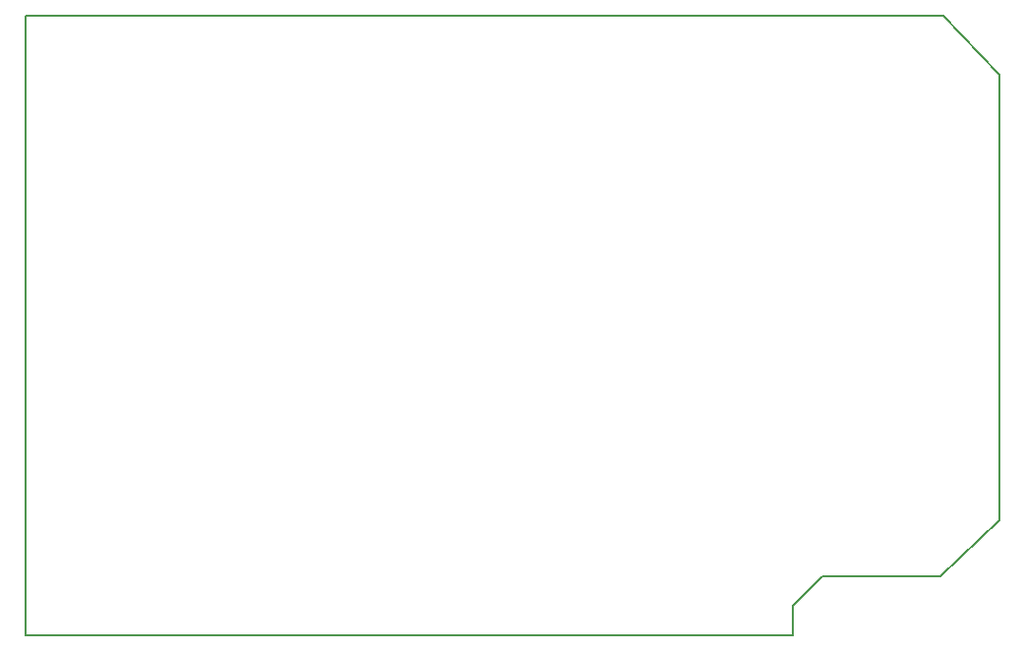
<source format=gbr>
%TF.GenerationSoftware,KiCad,Pcbnew,(5.1.2-1)-1*%
%TF.CreationDate,2019-08-21T19:10:38+02:00*%
%TF.ProjectId,Kiel_50,4b69656c-5f35-4302-9e6b-696361645f70,rev?*%
%TF.SameCoordinates,PX69db1f0PY7882d48*%
%TF.FileFunction,Profile,NP*%
%FSLAX46Y46*%
G04 Gerber Fmt 4.6, Leading zero omitted, Abs format (unit mm)*
G04 Created by KiCad (PCBNEW (5.1.2-1)-1) date 2019-08-21 19:10:38*
%MOMM*%
%LPD*%
G04 APERTURE LIST*
%ADD10C,0.150000*%
G04 APERTURE END LIST*
D10*
X68580000Y5080000D02*
X78740000Y5080000D01*
X83820000Y9906000D02*
X78740000Y5080000D01*
X78994000Y53340000D02*
X78740000Y53340000D01*
X83820000Y48260000D02*
X78994000Y53340000D01*
X83820000Y9906000D02*
X83820000Y48260000D01*
X64516000Y53340000D02*
X78994000Y53340000D01*
X64516000Y53340000D02*
X0Y53340000D01*
X66040000Y2540000D02*
X68580000Y5080000D01*
X66040000Y0D02*
X66040000Y2540000D01*
X0Y0D02*
X66040000Y0D01*
X0Y53340000D02*
X0Y0D01*
M02*

</source>
